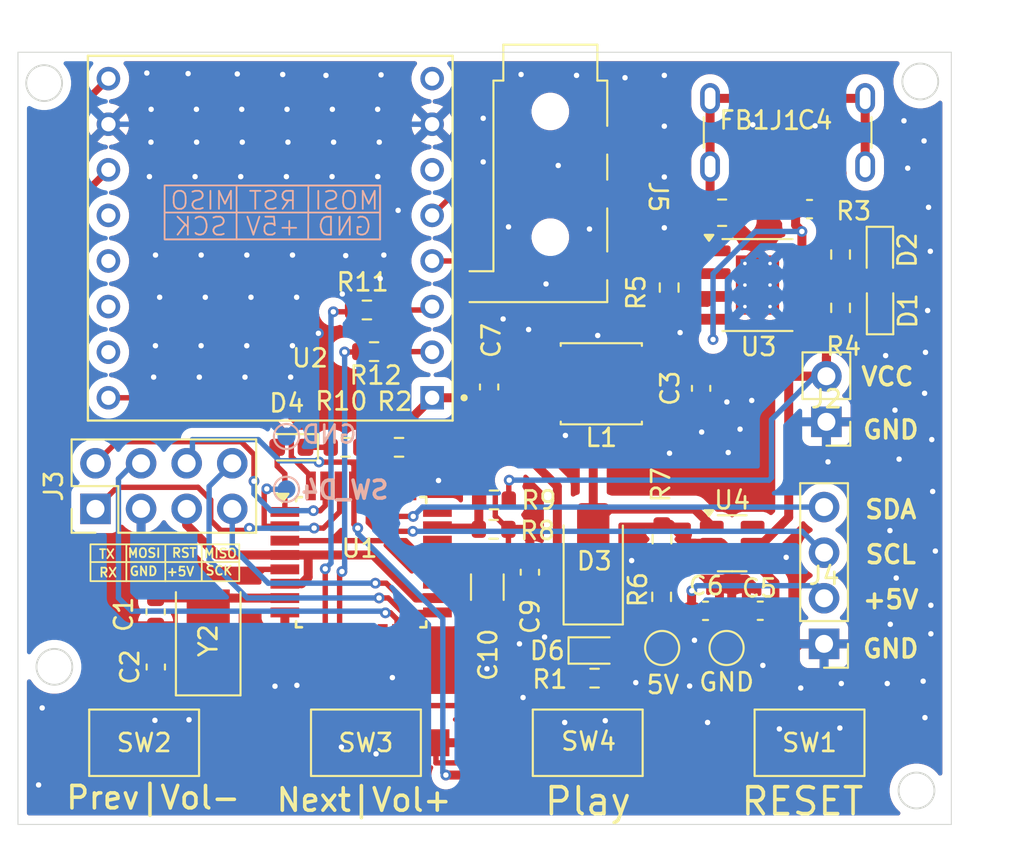
<source format=kicad_pcb>
(kicad_pcb (version 20241229) (generator "pcbnew") (generator_version "9.0")
  (layers (0 "F.Cu" signal) (2 "B.Cu" signal) (13 "F.Paste" user) (15 "B.Paste" user) (5 "F.SilkS" user "F.Silkscreen") (7 "B.SilkS" user "B.Silkscreen") (1 "F.Mask" user) (3 "B.Mask" user) (25 "Edge.Cuts" user))
  (net 0 "")
  (net 1 "Net-(U1-XTAL1{slash}PB6)")
  (net 2 "Net-(U1-XTAL2{slash}PB7)")
  (net 3 "+BATT")
  (net 4 "VBUS")
  (net 5 "+5V")
  (net 6 "Net-(D1-K)")
  (net 7 "Net-(D2-K)")
  (net 8 "Net-(D3-A)")
  (net 9 "Net-(D4-K)")
  (net 10 "Net-(D4-A)")
  (net 11 "Net-(J1-SHIELD)")
  (net 14 "MISO")
  (net 15 "MOSI")
  (net 16 "SCK")
  (net 17 "RST")
  (net 18 "SCL")
  (net 19 "SDA")
  (net 20 "Net-(U2-DAC_R)")
  (net 21 "Net-(U2-DAC_L)")
  (net 22 "Net-(U3-~{CHRG})")
  (net 23 "Net-(U3-~{STDBY})")
  (net 24 "Net-(U3-PROG)")
  (net 25 "Net-(U4-FB)")
  (net 26 "ADC")
  (net 27 "Net-(U2-IO1)")
  (net 28 "Net-(U2-IO2)")
  (net 29 "Net-(U1-PD5)")
  (net 34 "RX")
  (net 36 "TX0")
  (net 37 "TX")
  (net 40 "STATUS")
  (net 42 "RX0")
  (net 51 "GND")
  (net 52 "unconnected-(U1-PD4-Pad2)")
  (net 53 "Net-(U1-AREF)")
  (net 54 "Net-(D6-K)")
  (net 55 "Net-(U2-TX)")
  (net 56 "Net-(U2-RX)")
  (footprint "Resistor_SMD:R_0603_1608Metric" (layer "F.Cu") (at 111.51 52 180)
    (property "Reference" "R10")
    (property "Value" "1k")
  )
  (footprint "Connector_USB:USB_C_Receptacle_GCT_USB4125-xx-x_6P_TopMnt_Horizontal" (layer "F.Cu") (at 136.14 33.36 180)
    (property "Reference" "J1")
    (property "Value" "USB_C_Receptacle_PowerOnly_6P")
  )
  (footprint "Button_Switch_SMD:SW_SPST_CK_RS282G05A3" (layer "F.Cu") (at 137.36 68.46 180)
    (property "Reference" "SW1")
    (property "Value" "SW_Push")
  )
  (footprint "Crystal:Crystal_SMD_5032-2Pin_5.0x3.2mm" (layer "F.Cu") (at 103.86 62.77 90)
    (property "Reference" "Y2")
    (property "Value" "16 Mhz")
  )
  (footprint "Capacitor_SMD:C_1206_3216Metric" (layer "F.Cu") (at 119.41 59.79 90)
    (property "Reference" "C10")
    (property "Value" "100uf")
  )
  (footprint "Button_Switch_SMD:SW_SPST_CK_RS282G05A3" (layer "F.Cu") (at 100.29 68.46 180)
    (property "Reference" "SW2")
    (property "Value" "SW_Prev/Vol -")
  )
  (footprint "Diode_SMD:D_SMA" (layer "F.Cu") (at 125.31 58.36 90)
    (property "Reference" "D3")
    (property "Value" "SS34")
  )
  (footprint "Resistor_SMD:R_0603_1608Metric" (layer "F.Cu") (at 112.7 44.35 180)
    (property "Reference" "R11")
    (property "Value" "1k")
  )
  (footprint "Connector_Audio:Jack_3.5mm_KoreanHropartsElec_PJ-320D-4A_Horizontal" (layer "F.Cu") (at 122.92 38.04 -90)
    (property "Reference" "J5")
    (property "Value" "AudioJack4")
  )
  (footprint "Capacitor_SMD:C_0603_1608Metric" (layer "F.Cu") (at 134.615 61.105 180)
    (property "Reference" "C5")
    (property "Value" "22uf")
  )
  (footprint "Package_SO:SOIC-8-1EP_3.9x4.9mm_P1.27mm_EP2.41x3.3mm_ThermalVias" (layer "F.Cu") (at 134.46 42.96)
    (property "Reference" "U3")
    (property "Value" "TP4056-42-ESOP8")
  )
  (footprint "TestPoint:TestPoint_Pad_D1.5mm" (layer "F.Cu") (at 129.15 63.18)
    (property "Reference" "5V")
    (property "Value" "TestPoint_Pad_D1.5mm")
  )
  (footprint "Connector_PinHeader_2.54mm:PinHeader_2x04_P2.54mm_Vertical" (layer "F.Cu") (at 97.58 55.43 90)
    (property "Reference" "J3")
    (property "Value" "Conn_02x04_Counter_Clockwise")
  )
  (footprint "Package_TO_SOT_SMD:SOT-23-6" (layer "F.Cu") (at 133.05 57.345)
    (property "Reference" "U4")
    (property "Value" "MT3608")
  )
  (footprint "LED_SMD:LED_0603_1608Metric" (layer "F.Cu") (at 141.28 41.2 -90)
    (property "Reference" "D2")
    (property "Value" "LED")
  )
  (footprint "Resistor_SMD:R_0603_1608Metric" (layer "F.Cu") (at 129.12 60.33 -90)
    (property "Reference" "R6")
    (property "Value" "750k")
  )
  (footprint "Capacitor_SMD:C_0603_1608Metric" (layer "F.Cu") (at 137.36 38.73)
    (property "Reference" "C4")
    (property "Value" "10uf")
  )
  (footprint "Resistor_SMD:R_0603_1608Metric" (layer "F.Cu") (at 113.1 46.67 180)
    (property "Reference" "R12")
    (property "Value" "1k")
  )
  (footprint "Resistor_SMD:R_0603_1608Metric" (layer "F.Cu") (at 119.76 56.57)
    (property "Reference" "R8")
    (property "Value" "100k")
  )
  (footprint "Resistor_SMD:R_0603_1608Metric" (layer "F.Cu") (at 125.385 64.86)
    (property "Reference" "R1")
    (property "Value" "100R")
  )
  (footprint "Button_Switch_SMD:SW_SPST_CK_RS282G05A3" (layer "F.Cu") (at 125.003333 68.46)
    (property "Reference" "SW4")
    (property "Value" "Play/Pause")
  )
  (footprint "Capacitor_SMD:C_0603_1608Metric" (layer "F.Cu") (at 131.32 48.715 -90)
    (property "Reference" "C3")
    (property "Value" "10uf")
  )
  (footprint "Button_Switch_SMD:SW_SPST_CK_RS282G05A3" (layer "F.Cu") (at 112.646667 68.46 180)
    (property "Reference" "SW3")
    (property "Value" "SW_Next/Vol+")
  )
  (footprint "LED_SMD:LED_0603_1608Metric" (layer "F.Cu") (at 141.29 44.2175 90)
    (property "Reference" "D1")
    (property "Value" "LED")
  )
  (footprint "LED_SMD:LED_0603_1608Metric" (layer "F.Cu") (at 125.42 63.32)
    (property "Reference" "D6")
    (property "Value" "LED")
  )
  (footprint "Resistor_SMD:R_0603_1608Metric" (layer "F.Cu") (at 139.09 41.26 90)
    (property "Reference" "R3")
    (property "Value" "1k")
  )
  (footprint "TestPoint:TestPoint_Pad_D1.5mm" (layer "F.Cu") (at 132.74 63.18)
    (property "Reference" "GND")
    (property "Value" "TestPoint_Pad_D1.5mm")
  )
  (footprint "Resistor_SMD:R_0603_1608Metric" (layer "F.Cu") (at 129.54 43.1 90)
    (property "Reference" "R5")
    (property "Value" "1.2k")
  )
  (footprint "Resistor_SMD:R_0603_1608Metric" (layer "F.Cu") (at 129.14 57.12 -90)
    (property "Reference" "R7")
    (property "Value" "100k")
  )
  (footprint "Resistor_SMD:R_0805_2012Metric" (layer "F.Cu") (at 132.49 38.93)
    (property "Reference" "FB1")
    (property "Value" "FerriteBead_Small")
  )
  (footprint "Capacitor_SMD:C_0603_1608Metric" (layer "F.Cu") (at 131.565 61.11)
    (property "Reference" "C6")
    (property "Value" "22uf")
  )
  (footprint "Capacitor_SMD:C_0603_1608Metric" (layer "F.Cu") (at 119.51 48.64 90)
    (property "Reference" "C7")
    (property "Value" "0.1uf")
  )
  (footprint "Inductor_SMD:L_APV_ANR4030" (layer "F.Cu") (at 125.76 48.46 180)
    (property "Reference" "L1")
    (property "Value" "L")
  )
  (footprint "Connector_PinHeader_2.54mm:PinHeader_1x02_P2.54mm_Vertical" (layer "F.Cu") (at 138.3 50.58 180)
    (property "Reference" "J2")
    (property "Value" "BAT")
  )
  (footprint "Resistor_SMD:R_0603_1608Metric" (layer "F.Cu") (at 114.49 52 180)
    (property "Reference" "R2")
    (property "Value" "10k")
  )
  (footprint "Capacitor_SMD:C_0603_1608Metric" (layer "F.Cu") (at 100.94 64.24 -90)
    (property "Reference" "C2")
    (property "Value" "22pf")
  )
  (footprint "Connector_PinHeader_2.54mm:PinHeader_1x04_P2.54mm_Vertical" (layer "F.Cu") (at 138.17 62.95 180)
    (property "Reference" "J4")
    (property "Value" "OLED")
  )
  (footprint "Resistor_SMD:R_0603_1608Metric" (layer "F.Cu") (at 119.78 54.93 180)
    (property "Reference" "R9")
    (property "Value" "100k")
  )
  (footprint "Capacitor_SMD:C_0603_1608Metric" (layer "F.Cu") (at 100.93 61.17 -90)
    (property "Reference" "C1")
    (property "Value" "22pf")
  )
  (footprint "Capacitor_SMD:C_0603_1608Metric" (layer "F.Cu") (at 121.78 58.96 -90)
    (property "Reference" "C9")
    (property "Value" "0.1uf")
  )
  (footprint "LED_SMD:LED_0603_1608Metric" (layer "F.Cu") (at 108.49 52 180)
    (property "Reference" "D4")
    (property "Value" "LED")
  )
  (footprint "Package_QFP:TQFP-32_7x7mm_P0.8mm" (layer "F.Cu") (at 112.38 58.4)
    (property "Reference" "U1")
    (property "Value" "ATmega328P-A")
  )
  (footprint "DFR0299:MODULE_DFR0299" (layer "F.Cu") (at 107.3175 40.35 180)
    (property "Reference" "U2")
    (property "Value" "DFR0299")
  )
  (footprint "Resistor_SMD:R_0603_1608Metric" (layer "F.Cu") (at 139.09 44.23 90)
    (property "Reference" "R4")
    (property "Value" "1k")
  )
  (footprint "TestPoint:TestPoint_Pad_D1.0mm" (layer "B.Cu") (at 108.22 54.34)
    (property "Reference" "REF**" (hide yes))
    (property "Value" "TestPoint_Pad_D1.0mm")
  )
  (footprint "TestPoint:TestPoint_Pad_D1.0mm" (layer "B.Cu") (at 108.22 51.4)
    (property "Reference" "GND")
    (property "Value" "TestPoint_Pad_D1.0mm")
  )
  (gr_line (start 97.3 58.392496) (end 105.600084 58.392496) (stroke (width 0.1)) (layer "F.SilkS"))
  (gr_line (start 103.5 59.435) (end 103.5 57.405) (stroke (width 0.1)) (layer "F.SilkS"))
  (gr_line (start 101.47 59.465) (end 101.47 57.419992) (stroke (width 0.1)) (layer "F.SilkS"))
  (gr_line (start 99.3 59.465) (end 99.3 57.419992) (stroke (width 0.1)) (layer "F.SilkS"))
  (gr_rect (start 97.3 57.405) (end 105.59 59.455) (stroke (width 0.1)) (fill no) (layer "F.SilkS"))
  (gr_line (start 105.44 37.42) (end 105.44 40.42) (stroke (width 0.1)) (layer "B.SilkS"))
  (gr_line (start 101.44 40.42) (end 113.44 40.42) (stroke (width 0.1)) (layer "B.SilkS"))
  (gr_line (start 113.44 37.42) (end 113.44 40.42) (stroke (width 0.1)) (layer "B.SilkS"))
  (gr_line (start 113.44 37.42) (end 109.44 37.42) (stroke (width 0.1)) (layer "B.SilkS"))
  (gr_rect (start 101.43 37.41) (end 113.43 40.41) (stroke (width 0.1)) (fill no) (layer "B.SilkS"))
  (gr_line (start 109.44 37.42) (end 105.44 37.42) (stroke (width 0.1)) (layer "B.SilkS"))
  (gr_line (start 113.44 37.42) (end 110.44 37.42) (stroke (width 0.1)) (layer "B.SilkS"))
  (gr_line (start 113.44 38.92) (end 101.44 38.92) (stroke (width 0.1)) (layer "B.SilkS"))
  (gr_line (start 109.44 37.42) (end 109.43 40.41) (stroke (width 0.1)) (layer "B.SilkS"))
  (gr_circle (center 143.53 31.62) (end 144.53 31.62) (stroke (width 0.1)) (fill no) (layer "Edge.Cuts"))
  (gr_line (start 93.26 29.99) (end 93.26 73.01) (stroke (width 0.05)) (layer "Edge.Cuts"))
  (gr_circle (center 95.29 64.23) (end 96.29 64.23) (stroke (width 0.1)) (fill no) (layer "Edge.Cuts"))
  (gr_line (start 93.26 73.01) (end 145.26 73.01) (stroke (width 0.05)) (layer "Edge.Cuts"))
  (gr_line (start 145.26 29.99) (end 93.26 29.99) (stroke (width 0.05)) (layer "Edge.Cuts"))
  (gr_line (start 145.26 73.01) (end 145.26 29.99) (stroke (width 0.05)) (layer "Edge.Cuts"))
  (gr_circle (center 94.72 31.71) (end 95.72 31.71) (stroke (width 0.1)) (fill no) (layer "Edge.Cuts"))
  (gr_circle (center 143.32 71.12) (end 144.32 71.12) (stroke (width 0.1)) (fill no) (layer "Edge.Cuts"))
  (gr_text "Next|Vol+" (at 107.56 72.38 0) (layer "F.SilkS") (effects (font (size 1.25 1.25) (thickness 0.2)) (justify left bottom)))
  (gr_text "SCL" (at 140.372857 58.56 0) (layer "F.SilkS") (effects (font (size 1 1) (thickness 0.2) (bold yes)) (justify left bottom)))
  (gr_text "Prev|Vol-" (at 95.84 72.25 0) (layer "F.SilkS") (effects (font (size 1.25 1.25) (thickness 0.2)) (justify left bottom)))
  (gr_text "MOSI" (at 99.32 58.185 0) (layer "F.SilkS") (effects (font (size 0.5 0.5) (thickness 0.1)) (justify left bottom)))
  (gr_text "SCK" (at 103.66 59.165 0) (layer "F.SilkS") (effects (font (size 0.5 0.5) (thickness 0.1)) (justify left bottom)))
  (gr_text "GND" (at 140.23 63.81 0) (layer "F.SilkS") (effects (font (size 1 1) (thickness 0.2) (bold yes)) (justify left bottom)))
  (gr_text "RESET" (at 133.44 72.6 0) (layer "F.SilkS") (effects (font (size 1.5 1.5) (thickness 0.2)) (justify left bottom)))
  (gr_text "VCC" (at 140.14 48.65 0) (layer "F.SilkS") (effects (font (size 1 1) (thickness 0.2) (bold yes)) (justify left bottom)))
  (gr_text "GND" (at 140.235238 51.61 0) (layer "F.SilkS") (effects (font (size 1 1) (thickness 0.2) (bold yes)) (justify left bottom)))
  (gr_text "+5V" (at 101.48 59.215 0) (layer "F.SilkS") (effects (font (size 0.5 0.5) (thickness 0.1)) (justify left bottom)))
  (gr_text "SDA" (at 140.349047 56.05 0) (layer "F.SilkS") (effects (font (size 1 1) (thickness 0.2) (bold yes)) (justify left bottom)))
  (gr_text "RST" (at 101.78 58.175 0) (layer "F.SilkS") (effects (font (size 0.5 0.5) (thickness 0.1)) (justify left bottom)))
  (gr_text "Play" (at 122.49 72.6 0) (layer "F.SilkS") (effects (font (size 1.5 1.5) (thickness 0.2)) (justify left bottom)))
  (gr_text "GND" (at 99.43 59.195 0) (layer "F.SilkS") (effects (font (size 0.5 0.5) (thickness 0.1)) (justify left bottom)))
  (gr_text "MISO" (at 103.57 58.205 0) (layer "F.SilkS") (effects (font (size 0.5 0.5) (thickness 0.1)) (justify left bottom)))
  (gr_text "RX" (at 97.73 59.272496 0) (layer "F.SilkS") (effects (font (size 0.5 0.5) (thickness 0.1)) (justify left bottom)))
  (gr_text "TX" (at 97.72 58.242496 0) (layer "F.SilkS") (effects (font (size 0.5 0.5) (thickness 0.1)) (justify left bottom)))
  (gr_text "+5V\n" (at 140.23 61.07 0) (layer "F.SilkS") (effects (font (size 1 1) (thickness 0.2) (bold yes)) (justify left bottom)))
  (gr_text "+5V" (at 109.062619 40.28 0) (layer "B.SilkS") (effects (font (size 1 1) (thickness 0.1)) (justify left bottom mirror)))
  (gr_text "RST" (at 108.88 38.84 0) (layer "B.SilkS") (effects (font (size 1 1) (thickness 0.1)) (justify left bottom mirror)))
  (gr_text "SW_D4" (at 114.01 54.96 0) (layer "B.SilkS") (effects (font (size 1 1) (thickness 0.2) (bold yes)) (justify left bottom mirror)))
  (gr_text "MOSI" (at 113.44 38.84 0) (layer "B.SilkS") (effects (font (size 1 1) (thickness 0.1)) (justify left bottom mirror)))
  (gr_text "SCK" (at 104.98 40.28 0) (layer "B.SilkS") (effects (font (size 1 1) (thickness 0.1)) (justify left bottom mirror)))
  (gr_text "GND" (at 113.05 40.28 0) (layer "B.SilkS") (effects (font (size 1 1) (thickness 0.1)) (justify left bottom mirror)))
  (gr_text "MISO" (at 105.43 38.84 0) (layer "B.SilkS") (effects (font (size 1 1) (thickness 0.1)) (justify left bottom mirror)))
  (segment (start 105.17 60.4) (end 104.38 60.4) (width 0.5) (layer "F.Cu") (net 1))
  (segment (start 104.37 60.39) (end 100.935 60.39) (width 0.5) (layer "F.Cu") (net 1))
  (segment (start 108.13 60.4) (end 105.17 60.4) (width 0.5) (layer "F.Cu") (net 1))
  (segment (start 101.255 65.01) (end 103.47 65.01) (width 0.5) (layer "F.Cu") (net 2))
  (segment (start 100.94 65.015) (end 101.25 65.015) (width 0.5) (layer "F.Cu") (net 2))
  (segment (start 101.25 65.015) (end 101.255 65.01) (width 0.5) (layer "F.Cu") (net 2))
  (segment (start 106.01 64.15) (end 103.86 64.15) (width 0.5) (layer "F.Cu") (net 2))
  (segment (start 108.13 61.2) (end 108.13 62.03) (width 0.5) (layer "F.Cu") (net 2))
  (segment (start 108.13 62.03) (end 106.01 64.15) (width 0.5) (layer "F.Cu") (net 2))
  (segment (start 120.605 54.93) (end 120.605 53.855) (width 0.3) (layer "F.Cu") (net 3))
  (segment (start 138.3 46.23) (end 138.3 47) (width 0.5) (layer "F.Cu") (net 3))
  (segment (start 134.1875 58.295) (end 134.1875 57.345) (width 0.5) (layer "F.Cu") (net 3))
  (segment (start 131.305 48.46) (end 127.26 48.46) (width 0.5) (layer "F.Cu") (net 3))
  (segment (start 136.935 44.865) (end 138.3 46.23) (width 0.5) (layer "F.Cu") (net 3))
  (segment (start 131.725 48.04) (end 131.305 48.46) (width 0.5) (layer "F.Cu") (net 3))
  (segment (start 135.43 59.5375) (end 135.43 60.52) (width 0.5) (layer "F.Cu") (net 3))
  (segment (start 136.2 55.8991) (end 136.2 48.04) (width 0.5) (layer "F.Cu") (net 3))
  (segment (start 138.3 48.04) (end 131.725 48.04) (width 0.5) (layer "F.Cu") (net 3))
  (segment (start 138.3 47) (end 138.3 47.749) (width 0.5) (layer "F.Cu") (net 3))
  (segment (start 138.3 47) (end 138.3 48.04) (width 0.5) (layer "F.Cu") (net 3))
  (segment (start 135.39 60.56) (end 135.39 61.105) (width 0.5) (layer "F.Cu") (net 3))
  (segment (start 134.7541 57.345) (end 136.2 55.8991) (width 0.5) (layer "F.Cu") (net 3))
  (segment (start 134.1875 58.295) (end 135.43 59.5375) (width 0.5) (layer "F.Cu") (net 3))
  (segment (start 135.43 60.52) (end 135.39 60.56) (width 0.5) (layer "F.Cu") (net 3))
  (segment (start 134.1875 57.345) (end 134.7541 57.345) (width 0.5) (layer "F.Cu") (net 3))
  (segment (start 120.605 53.855) (end 120.63 53.83) (width 0.3) (layer "F.Cu") (net 3))
  (segment (start 136.2 48.04) (end 138.3 48.04) (width 0.5) (layer "F.Cu") (net 3))
  (via (at 120.63 53.83) (size 0.6) (drill 0.3) (layers "F.Cu" "B.Cu") (net 3))
  (segment (start 135.2425 53.6925) (end 135.2425 50.4575) (width 0.3) (layer "B.Cu") (net 3))
  (segment (start 135.105 53.83) (end 135.2425 53.6925) (width 0.3) (layer "B.Cu") (net 3))
  (segment (start 135.2425 50.4575) (end 137.66 48.04) (width 0.3) (layer "B.Cu") (net 3))
  (segment (start 120.63 53.83) (end 135.105 53.83) (width 0.3) (layer "B.Cu") (net 3))
  (segment (start 136.585 37.546) (end 136.53 37.491) (width 0.5) (layer "F.Cu") (net 4))
  (segment (start 134.62 37.04) (end 134.62 36.44) (width 0.5) (layer "F.Cu") (net 4))
  (segment (start 135.071 37.491) (end 134.62 37.04) (width 0.5) (layer "F.Cu") (net 4))
  (segment (start 137.209 37.491) (end 136.53 37.491) (width 0.5) (layer "F.Cu") (net 4))
  (segment (start 136.935 39.975) (end 136.935 41.055) (width 0.5) (layer "F.Cu") (net 4))
  (segment (start 136.935 39.975) (end 136.934998 39.975) (width 0.5) (layer "F.Cu") (net 4))
  (segment (start 137.066 41.186) (end 140.441 41.186) (width 0.3) (layer "F.Cu") (net 4))
  (segment (start 137.66 37.04) (end 137.209 37.491) (width 0.5) (layer "F.Cu") (net 4))
  (segment (start 131.985 44.865) (end 131.985 45.995) (width 0.3) (layer "F.Cu") (net 4))
  (segment (start 141.33 42.075) (end 141.33 43.39) (width 0.3) (layer "F.Cu") (net 4))
  (segment (start 137.66 36.44) (end 137.66 37.04) (width 0.5) (layer "F.Cu") (net 4))
  (segment (start 136.585 39.625002) (end 136.934998 39.975) (width 0.5) (layer "F.Cu") (net 4))
  (segment (start 135.071 37.491) (end 136.53 37.491) (width 0.5) (layer "F.Cu") (net 4))
  (segment (start 136.585 38.73) (end 136.585 37.546) (width 0.5) (layer "F.Cu") (net 4))
  (segment (start 140.441 41.186) (end 141.33 42.075) (width 0.3) (layer "F.Cu") (net 4))
  (segment (start 136.585 38.73) (end 136.585 39.625002) (width 0.5) (layer "F.Cu") (net 4))
  (via (at 131.985 45.995) (size 0.6) (drill 0.3) (layers "F.Cu" "B.Cu") (net 4))
  (via (at 136.934998 39.975) (size 0.6) (drill 0.3) (layers "F.Cu" "B.Cu") (net 4))
  (segment (start 134.343 39.975) (end 136.934998 39.975) (width 0.3) (layer "B.Cu") (net 4))
  (segment (start 131.985 42.333) (end 134.343 39.975) (width 0.3) (layer "B.Cu") (net 4))
  (segment (start 131.985 45.995) (end 131.985 42.333) (width 0.3) (layer "B.Cu") (net 4))
  (segment (start 115.453 60.4) (end 116.63 60.4) (width 0.5) (layer "F.Cu") (net 5))
  (segment (start 116.63 60.4) (end 118.545 60.4) (width 0.5) (layer "F.Cu") (net 5))
  (segment (start 123.31 54.18) (end 121.13 52) (width 0.5) (layer "F.Cu") (net 5))
  (segment (start 116.3345 49.24) (end 119.335 49.24) (width 0.5) (layer "F.Cu") (net 5))
  (segment (start 108.13 58) (end 104.34 58) (width 0.5) (layer "F.Cu") (net 5))
  (segment (start 109.43 59.23) (end 109.06 59.6) (width 0.5) (layer "F.Cu") (net 5))
  (segment (start 104.34 58) (end 102.66 56.32) (width 0.5) (layer "F.Cu") (net 5))
  (segment (start 122.875 61.265) (end 119.41 61.265) (width 0.5) (layer "F.Cu") (net 5))
  (segment (start 123.78 60.36) (end 125.31 60.36) (width 0.5) (layer "F.Cu") (net 5))
  (segment (start 108.13 58) (end 109.307 58) (width 0.5) (layer "F.Cu") (net 5))
  (segment (start 115.315 52) (end 115.315 50.2595) (width 0.5) (layer "F.Cu") (net 5))
  (segment (start 127.428629 61.36) (end 126.428629 60.36) (width 0.5) (layer "F.Cu") (net 5))
  (segment (start 129.12 61.155) (end 129.12 62.93) (width 0.5) (layer "F.Cu") (net 5))
  (segment (start 130.79 60) (end 130.8 59.99) (width 0.5) (layer "F.Cu") (net 5))
  (segment (start 109.06 59.6) (end 108.13 59.6) (width 0.5) (layer "F.Cu") (net 5))
  (segment (start 123.31 60.83) (end 123.78 60.36) (width 0.5) (layer "F.Cu") (net 5))
  (segment (start 123.31 60.83) (end 122.875 61.265) (width 0.5) (layer "F.Cu") (net 5))
  (segment (start 118.545 60.4) (end 119.41 61.265) (width 0.5) (layer "F.Cu") (net 5))
  (segment (start 121.13 52) (end 115.315 52) (width 0.5) (layer "F.Cu") (net 5))
  (segment (start 109.307 58) (end 109.43 58.123) (width 0.5) (layer "F.Cu") (net 5))
  (segment (start 113.053 58) (end 115.453 60.4) (width 0.5) (layer "F.Cu") (net 5))
  (segment (start 115.315 50.2595) (end 116.3345 49.24) (width 0.5) (layer "F.Cu") (net 5))
  (segment (start 129.12 61.155) (end 128.915 61.36) (width 0.5) (layer "F.Cu") (net 5))
  (segment (start 123.31 54.18) (end 123.31 60.83) (width 0.5) (layer "F.Cu") (net 5))
  (segment (start 108.13 58) (end 113.053 58) (width 0.5) (layer "F.Cu") (net 5))
  (segment (start 130.79 61.11) (end 130.79 60) (width 0.5) (layer "F.Cu") (net 5))
  (segment (start 128.915 61.36) (end 127.428629 61.36) (width 0.5) (layer "F.Cu") (net 5))
  (segment (start 109.43 58.123) (end 109.43 59.23) (width 0.5) (layer "F.Cu") (net 5))
  (segment (start 130.79 61.11) (end 129.165 61.11) (width 0.5) (layer "F.Cu") (net 5))
  (segment (start 126.2075 62.0075) (end 126.2075 63.32) (width 0.5) (layer "F.Cu") (net 5))
  (segment (start 125.31 61.11) (end 126.2075 62.0075) (width 0.5) (layer "F.Cu") (net 5))
  (segment (start 126.428629 60.36) (end 125.31 60.36) (width 0.5) (layer "F.Cu") (net 5))
  (segment (start 102.66 56.32) (end 102.66 55.43) (width 0.5) (layer "F.Cu") (net 5))
  (via (at 130.8 59.99) (size 0.6) (drill 0.3) (layers "F.Cu" "B.Cu") (net 5))
  (segment (start 131.08 59.71) (end 137.78 59.71) (width 0.3) (layer "B.Cu") (net 5))
  (segment (start 137.78 59.71) (end 138.73 60.66) (width 0.3) (layer "B.Cu") (net 5))
  (segment (start 130.8 59.99) (end 131.08 59.71) (width 0.3) (layer "B.Cu") (net 5))
  (segment (start 139.14 45.005) (end 141.29 45.005) (width 0.3) (layer "F.Cu") (net 6))
  (segment (start 141.2425 40.4125) (end 139.1125 40.4125) (width 0.3) (layer "F.Cu") (net 7))
  (segment (start 126.226 55.444) (end 130.9615 55.444) (width 0.5) (layer "F.Cu") (net 8))
  (segment (start 125.31 49.51) (end 125.31 56.36) (width 0.5) (layer "F.Cu") (net 8))
  (segment (start 125.31 56.36) (end 126.226 55.444) (width 0.5) (layer "F.Cu") (net 8))
  (segment (start 130.9615 55.444) (end 131.9125 56.395) (width 0.5) (layer "F.Cu") (net 8))
  (segment (start 124.26 48.46) (end 125.31 49.51) (width 0.5) (layer "F.Cu") (net 8))
  (segment (start 109.2775 52) (end 110.685 52) (width 0.3) (layer "F.Cu") (net 9))
  (segment (start 108.13 53.48) (end 107.7025 53.0525) (width 0.3) (layer "F.Cu") (net 10))
  (segment (start 108.13 55.6) (end 108.13 53.48) (width 0.3) (layer "F.Cu") (net 10))
  (segment (start 107.7025 53.0525) (end 107.7025 52) (width 0.3) (layer "F.Cu") (net 10))
  (segment (start 131.82 36.36) (end 131.82 38.6875) (width 0.5) (layer "F.Cu") (net 11))
  (segment (start 140.46 32.56) (end 131.82 32.56) (width 0.5) (layer "F.Cu") (net 11))
  (segment (start 131.82 32.56) (end 131.82 36.36) (width 0.5) (layer "F.Cu") (net 11))
  (segment (start 140.46 36.36) (end 140.46 32.56) (width 0.5) (layer "F.Cu") (net 11))
  (segment (start 115.18 62.65) (end 115.18 61.682634) (width 0.3) (layer "F.Cu") (net 14))
  (segment (start 113.891261 60.393895) (end 113.379048 60.393895) (width 0.3) (layer "F.Cu") (net 14))
  (segment (start 115.18 61.682634) (end 113.891261 60.393895) (width 0.3) (layer "F.Cu") (net 14))
  (via (at 113.379048 60.393895) (size 0.6) (drill 0.3) (layers "F.Cu" "B.Cu") (net 14))
  (segment (start 103.91 54.18) (end 105.2 52.89) (width 0.3) (layer "B.Cu") (net 14))
  (segment (start 103.91 58.27) (end 103.91 54.18) (width 0.3) (layer "B.Cu") (net 14))
  (segment (start 106.033895 60.393895) (end 103.91 58.27) (width 0.3) (layer "B.Cu") (net 14))
  (segment (start 113.379048 60.393895) (end 106.033895 60.393895) (width 0.3) (layer "B.Cu") (net 14))
  (segment (start 114.38 62.65) (end 114.38 61.58974) (width 0.3) (layer "F.Cu") (net 15))
  (segment (start 114.38 61.58974) (end 114.011552 61.221292) (width 0.3) (layer "F.Cu") (net 15))
  (segment (start 113.79 61.16) (end 113.728708 61.221292) (width 0.3) (layer "F.Cu") (net 15))
  (segment (start 114.011552 61.221292) (end 113.728708 61.221292) (width 0.3) (layer "F.Cu") (net 15))
  (via (at 113.728708 61.221292) (size 0.6) (drill 0.3) (layers "F.Cu" "B.Cu") (net 15))
  (segment (start 113.637416 61.13) (end 113.728708 61.221292) (width 0.3) (layer "B.Cu") (net 15))
  (segment (start 99.72 52.89) (end 98.86 53.75) (width 0.3) (layer "B.Cu") (net 15))
  (segment (start 98.86 53.75) (end 98.86 60.392182) (width 0.3) (layer "B.Cu") (net 15))
  (segment (start 99.597818 61.13) (end 113.637416 61.13) (width 0.3) (layer "B.Cu") (net 15))
  (segment (start 98.86 60.392182) (end 99.597818 61.13) (width 0.3) (layer "B.Cu") (net 15))
  (segment (start 113.774472 59.57) (end 113.17 59.57) (width 0.3) (layer "F.Cu") (net 16))
  (segment (start 116.63 61.2) (end 115.404472 61.2) (width 0.3) (layer "F.Cu") (net 16))
  (segment (start 115.404472 61.2) (end 113.774472 59.57) (width 0.3) (layer "F.Cu") (net 16))
  (via (at 113.17 59.57) (size 0.6) (drill 0.3) (layers "F.Cu" "B.Cu") (net 16))
  (segment (start 105.2 57.57) (end 107.2 59.57) (width 0.3) (layer "B.Cu") (net 16))
  (segment (start 105.2 55.43) (end 105.2 57.57) (width 0.3) (layer "B.Cu") (net 16))
  (segment (start 107.2 59.57) (end 113.17 59.57) (width 0.3) (layer "B.Cu") (net 16))
  (segment (start 113.665 52) (end 113.665 52.765) (width 0.3) (layer "F.Cu") (net 17))
  (segment (start 111.98 52.976) (end 111.83 52.826) (width 0.3) (layer "F.Cu") (net 17))
  (segment (start 111.98 56.29) (end 111.98 54.15) (width 0.3) (layer "F.Cu") (net 17))
  (segment (start 111.98 54.15) (end 111.98 52.976) (width 0.3) (layer "F.Cu") (net 17))
  (segment (start 110.029895 52.815425) (end 110.04047 52.826) (width 0.3) (layer "F.Cu") (net 17))
  (segment (start 113.604 52.826) (end 113.665 52.765) (width 0.3) (layer "F.Cu") (net 17))
  (segment (start 112.19 56.5) (end 111.98 56.29) (width 0.3) (layer "F.Cu") (net 17))
  (segment (start 110.04047 52.826) (end 111.83 52.826) (width 0.3) (layer "F.Cu") (net 17))
  (segment (start 111.83 52.826) (end 113.604 52.826) (width 0.3) (layer "F.Cu") (net 17))
  (segment (start 139.43 70.26) (end 117.1 70.26) (width 0.5) (layer "F.Cu") (net 17))
  (segment (start 141.26 68.43) (end 139.43 70.26) (width 0.5) (layer "F.Cu") (net 17))
  (via (at 112.19 56.5) (size 0.6) (drill 0.3) (layers "F.Cu" "B.Cu") (net 17))
  (via (at 117.1 70.26) (size 0.6) (drill 0.3) (layers "F.Cu" "B.Cu") (net 17))
  (via (at 110.029895 52.815425) (size 0.6) (drill 0.3) (layers "F.Cu" "B.Cu") (net 17))
  (segment (start 112.19 56.5) (end 112.19 56.8) (width 0.3) (layer "B.Cu") (net 17))
  (segment (start 112.19 56.8) (end 116.93 61.54) (width 0.3) (layer "B.Cu") (net 17))
  (segment (start 116.93 70.13) (end 117.01 70.21) (width 0.3) (layer "B.Cu") (net 17))
  (segment (start 102.98 52.57) (end 102.98 51.57) (width 0.3) (layer "B.Cu") (net 17))
  (segment (start 116.93 61.54) (end 116.93 70.13) (width 0.3) (layer "B.Cu") (net 17))
  (segment (start 107.83 52.75) (end 109.96447 52.75) (width 0.3) (layer "B.Cu") (net 17))
  (segment (start 109.96447 52.75) (end 110.029895 52.815425) (width 0.3) (layer "B.Cu") (net 17))
  (segment (start 102.98 51.57) (end 106.65 51.57) (width 0.3) (layer "B.Cu") (net 17))
  (segment (start 106.65 51.57) (end 107.83 52.75) (width 0.3) (layer "B.Cu") (net 17))
  (segment (start 112.78 54.15) (end 112.78 56.19) (width 0.3) (layer "F.Cu") (net 18))
  (segment (start 113.27 56.68) (end 115.26 56.68) (width 0.3) (layer "F.Cu") (net 18))
  (segment (start 112.78 56.19) (end 113.27 56.68) (width 0.3) (layer "F.Cu") (net 18))
  (via (at 115.26 56.68) (size 0.6) (drill 0.3) (layers "F.Cu" "B.Cu") (net 18))
  (segment (start 136.94 56.68) (end 138.09 57.83) (width 0.3) (layer "B.Cu") (net 18))
  (segment (start 115.26 56.68) (end 136.94 56.68) (width 0.3) (layer "B.Cu") (net 18))
  (segment (start 113.92 55.85) (end 115.279998 55.85) (width 0.3) (layer "F.Cu") (net 19))
  (segment (start 113.58 55.51) (end 113.92 55.85) (width 0.3) (layer "F.Cu") (net 19))
  (segment (start 113.58 54.15) (end 113.58 55.51) (width 0.3) (layer "F.Cu") (net 19))
  (via (at 115.279998 55.85) (size 0.6) (drill 0.3) (layers "F.Cu" "B.Cu") (net 19))
  (segment (start 115.279998 55.85) (end 115.799998 55.33) (width 0.3) (layer "B.Cu") (net 19))
  (segment (start 115.799998 55.33) (end 138.09 55.33) (width 0.3) (layer "B.Cu") (net 19))
  (segment (start 116.3345 41.62) (end 125.9 41.62) (width 0.3) (layer "F.Cu") (net 20))
  (segment (start 116.3345 39.08) (end 117.5245 37.89) (width 0.3) (layer "F.Cu") (net 21))
  (segment (start 117.5245 37.89) (end 126.17 37.89) (width 0.3) (layer "F.Cu") (net 21))
  (segment (start 139.08 42.3) (end 136.96 42.3) (width 0.5) (layer "F.Cu") (net 22))
  (segment (start 136.935 43.595) (end 138.9 43.595) (width 0.3) (layer "F.Cu") (net 23))
  (segment (start 129.575 42.31) (end 131.9 42.31) (width 0.5) (layer "F.Cu") (net 24))
  (segment (start 131.8875 58.27) (end 129.12 58.27) (width 0.5) (layer "F.Cu") (net 25))
  (segment (start 129.12 58.78) (end 129.12 57.965) (width 0.5) (layer "F.Cu") (net 25))
  (segment (start 129.12 58.27) (end 129.12 58.78) (width 0.5) (layer "F.Cu") (net 25))
  (segment (start 129.12 59.505) (end 129.12 58.78) (width 0.5) (layer "F.Cu") (net 25))
  (segment (start 118.935 56.57) (end 118.935 54.95) (width 0.5) (layer "F.Cu") (net 26))
  (segment (start 116.63 56.4) (end 118.765 56.4) (width 0.3) (layer "F.Cu") (net 26))
  (segment (start 97.29 62.8) (end 97.29 66.41) (width 0.4) (layer "F.Cu") (net 27))
  (segment (start 94.5 60.01) (end 97.29 62.8) (width 0.4) (layer "F.Cu") (net 27))
  (segment (start 96.39 67.31) (end 96.39 68.46) (width 0.4) (layer "F.Cu") (net 27))
  (segment (start 94.5 35.2605) (end 94.5 60.01) (width 0.4) (layer "F.Cu") (net 27))
  (segment (start 98.3005 31.46) (end 94.5 35.2605) (width 0.4) (layer "F.Cu") (net 27))
  (segment (start 97.29 66.41) (end 96.39 67.31) (width 0.4) (layer "F.Cu") (net 27))
  (segment (start 98.99 70) (end 107.226667 70) (width 0.4) (layer "F.Cu") (net 28))
  (segment (start 95.828 39.0125) (end 95.828 59.635817) (width 0.4) (layer "F.Cu") (net 28))
  (segment (start 95.828 59.635817) (end 98.33 62.137817) (width 0.4) (layer "F.Cu") (net 28))
  (segment (start 107.226667 70) (end 108.746667 68.48) (width 0.4) (layer "F.Cu") (net 28))
  (segment (start 98.33 62.137817) (end 98.33 69.34) (width 0.4) (layer "F.Cu") (net 28))
  (segment (start 98.3005 36.54) (end 95.828 39.0125) (width 0.4) (layer "F.Cu") (net 28))
  (segment (start 98.33 69.34) (end 98.99 70) (width 0.4) (layer "F.Cu") (net 28))
  (segment (start 112.22 66.39) (end 119.013333 66.39) (width 0.3) (layer "F.Cu") (net 29))
  (segment (start 109.58 62.65) (end 109.58 63.75) (width 0.3) (layer "F.Cu") (net 29))
  (segment (start 109.58 63.75) (end 112.22 66.39) (width 0.3) (layer "F.Cu") (net 29))
  (segment (start 119.013333 66.39) (end 121.103333 68.48) (width 0.3) (layer "F.Cu") (net 29))
  (segment (start 111.775 44.45) (end 111.875 44.35) (width 0.3) (layer "F.Cu") (net 34))
  (segment (start 110.83 44.45) (end 111.775 44.45) (width 0.3) (layer "F.Cu") (net 34))
  (segment (start 110.93 44.35) (end 110.83 44.45) (width 0.3) (layer "F.Cu") (net 34))
  (segment (start 110.38 62.65) (end 110.38 58.77) (width 0.3) (layer "F.Cu") (net 34))
  (via (at 110.38 58.77) (size 0.6) (drill 0.3) (layers "F.Cu" "B.Cu") (net 34))
  (via (at 110.83 44.45) (size 0.6) (drill 0.3) (layers "F.Cu" "B.Cu") (net 34))
  (segment (start 110.7 58.45) (end 110.38 58.77) (width 0.3) (layer "B.Cu") (net 34))
  (segment (start 110.7 44.58) (end 110.7 58.45) (width 0.3) (layer "B.Cu") (net 34))
  (segment (start 110.83 44.45) (end 110.7 44.58) (width 0.3) (layer "B.Cu") (net 34))
  (segment (start 106.41 52.401529) (end 106.41 53.89) (width 0.3) (layer "F.Cu") (net 36))
  (segment (start 110.1 55.53) (end 109.72 55.53) (width 0.3) (layer "F.Cu") (net 36))
  (segment (start 105.697471 51.689) (end 106.41 52.401529) (width 0.3) (layer "F.Cu") (net 36))
  (segment (start 110.38 55.25) (end 110.1 55.53) (width 0.3) (layer "F.Cu") (net 36))
  (segment (start 97.58 52.89) (end 98.781 51.689) (width 0.3) (layer "F.Cu") (net 36))
  (segment (start 98.781 51.689) (end 105.697471 51.689) (width 0.3) (layer "F.Cu") (net 36))
  (segment (start 110.38 54.15) (end 110.38 55.25) (width 0.3) (layer "F.Cu") (net 36))
  (via (at 106.41 53.89) (size 0.6) (drill 0.3) (layers "F.Cu" "B.Cu") (net 36))
  (via (at 109.72 55.53) (size 0.6) (drill 0.3) (layers "F.Cu" "B.Cu") (net 36))
  (segment (start 107.35 55.53) (end 109.72 55.53) (width 0.3) (layer "B.Cu") (net 36))
  (segment (start 106.41 54.59) (end 107.35 55.53) (width 0.3) (layer "B.Cu") (net 36))
  (segment (start 106.41 53.89) (end 106.41 54.59) (width 0.3) (layer "B.Cu") (net 36))
  (segment (start 111.18 59.05) (end 111.18 62.65) (width 0.3) (layer "F.Cu") (net 37))
  (segment (start 111.46 46.69) (end 112.255 46.69) (width 0.3) (layer "F.Cu") (net 37))
  (segment (start 112.255 46.69) (end 112.275 46.67) (width 0.3) (layer "F.Cu") (net 37))
  (segment (start 111.48 46.67) (end 111.46 46.69) (width 0.3) (layer "F.Cu") (net 37))
  (segment (start 111.31 58.92) (end 111.18 59.05) (width 0.3) (layer "F.Cu") (net 37))
  (via (at 111.46 46.69) (size 0.6) (drill 0.3) (layers "F.Cu" "B.Cu") (net 37))
  (via (at 111.31 58.92) (size 0.6) (drill 0.3) (layers "F.Cu" "B.Cu") (net 37))
  (segment (start 111.46 58.77) (end 111.46 46.69) (width 0.3) (layer "B.Cu") (net 37))
  (segment (start 111.31 58.92) (end 111.46 58.77) (width 0.3) (layer "B.Cu") (net 37))
  (segment (start 108.49 52.52) (end 108.49 51.50069) (width 0.3) (layer "F.Cu") (net 40))
  (segment (start 109.58 53.61) (end 108.49 52.52) (width 0.3) (layer "F.Cu") (net 40))
  (segment (start 106.22931 49.24) (end 98.3005 49.24) (width 0.3) (layer "F.Cu") (net 40))
  (segment (start 108.49 51.50069) (end 106.22931 49.24) (width 0.3) (layer "F.Cu") (net 40))
  (segment (start 110.28 56.5) (end 111.18 55.6) (width 0.3) (layer "F.Cu") (net 42))
  (segment (start 103.295471 54.229) (end 103.999 54.932529) (width 0.3) (layer "F.Cu") (net 42))
  (segment (start 106.12 56.54) (end 106.149998 56.510002) (width 0.3) (layer "F.Cu") (net 42))
  (segment (start 106.028997 56.631) (end 106.149998 56.509999) (width 0.3) (layer "F.Cu") (net 42))
  (segment (start 111.18 54.15) (end 111.18 55.6) (width 0.3) (layer "F.Cu") (net 42))
  (segment (start 97.58 55.43) (end 98.781 54.229) (width 0.3) (layer "F.Cu") (net 42))
  (segment (start 106.149998 56.510002) (end 106.149998 56.509999) (width 0.3) (layer "F.Cu") (net 42))
  (segment (start 103.999 54.932529) (end 103.999 56.069) (width 0.3) (layer "F.Cu") (net 42))
  (segment (start 98.781 54.229) (end 103.295471 54.229) (width 0.3) (layer "F.Cu") (net 42))
  (segment (start 104.561 56.631) (end 106.028997 56.631) (width 0.3) (layer "F.Cu") (net 42))
  (segment (start 110.28 56.5) (end 109.76 56.5) (width 0.3) (layer "F.Cu") (net 42))
  (segment (start 103.999 56.069) (end 104.561 56.631) (width 0.3) (layer "F.Cu") (net 42))
  (via (at 109.76 56.5) (size 0.6) (drill 0.3) (layers "F.Cu" "B.Cu") (net 42))
  (via (at 106.149998 56.509999) (size 0.6) (drill 0.3) (layers "F.Cu" "B.Cu") (net 42))
  (segment (start 109.76 56.5) (end 109.75 56.51) (width 0.3) (layer "B.Cu") (net 42))
  (segment (start 109.75 56.51) (end 106.149998 56.509999) (width 0.3) (layer "B.Cu") (net 42))
  (segment (start 99 66.84) (end 99 63.04) (width 0.3) (layer "F.Cu") (net 51))
  (segment (start 108.13 57.2) (end 114.853 57.2) (width 0.3) (layer "F.Cu") (net 51))
  (segment (start 130.645 57.345) (end 131.9125 57.345) (width 0.5) (layer "F.Cu") (net 51))
  (segment (start 136.82 62.95) (end 138.09 62.95) (width 0.5) (layer "F.Cu") (net 51))
  (segment (start 133.43 36.4) (end 133.43 35.66) (width 0.5) (layer "F.Cu") (net 51))
  (segment (start 133.701 35.389) (end 138.439 35.389) (width 0.5) (layer "F.Cu") (net 51))
  (segment (start 136.015 65.025) (end 136.015 63.755) (width 0.5) (layer "F.Cu") (net 51))
  (segment (start 134.46 40.7) (end 134.46 42.96) (width 0.5) (layer "F.Cu") (net 51))
  (segment (start 99 63.04) (end 99 58.88) (width 0.3) (layer "F.Cu") (net 51))
  (segment (start 100.94 63.775) (end 100.94 63.1) (width 0.3) (layer "F.Cu") (net 51))
  (segment (start 116.63 58) (end 119.095 58) (width 0.3) (layer "F.Cu") (net 51))
  (segment (start 138.135 38.73) (end 139.175 37.69) (width 0.5) (layer "F.Cu") (net 51))
  (segment (start 133.84 61.105) (end 132.345 61.105) (width 0.5) (layer "F.Cu") (net 51))
  (segment (start 114.56 52.504774) (end 114.56 51.635226) (width 0.3) (layer "F.Cu") (net 51))
  (segment (start 119.51 47.865) (end 119.51 43.925) (width 0.3) (layer "F.Cu") (net 51))
  (segment (start 133.026 57.8919) (end 132.4791 57.345) (width 0.5) (layer "F.Cu") (net 51))
  (segment (start 114.56 51.635226) (end 114.098774 51.174) (width 0.3) (layer "F.Cu") (net 51))
  (segment (start 133.39 36.44) (end 133.39 38.9175) (width 0.5) (layer "F.Cu") (net 51))
  (segment (start 112.49 66.9) (end 114.07 68.48) (width 0.3) (layer "F.Cu") (net 51))
  (segment (start 132.940058 68.48) (end 133.225029 68.195029) (width 0.5) (layer "F.Cu") (net 51))
  (segment (start 139.175 37.69) (end 139.175 36.725) (width 0.5) (layer "F.Cu") (net 51))
  (segment (start 104.19 68.46) (end 100.62 68.46) (width 0.3) (layer "F.Cu") (net 51))
  (segment (start 119.41 58.315) (end 121.65 58.315) (width 0.3) (layer "F.Cu") (net 51))
  (segment (start 131.655 43.925) (end 131.985 43.595) (width 0.5) (layer "F.Cu") (net 51))
  (segment (start 100.94 62.265) (end 100.93 62.255) (width 0.3) (layer "F.Cu") (net 51))
  (segment (start 128.65 69.581) (end 128.65 68.733333) (width 0.3) (layer "F.Cu") (net 51))
  (segment (start 119.51 47.865) (end 119.51 43.15) (width 0.3) (layer "F.Cu") (net 51))
  (segment (start 112.335 52) (end 112.335 51.2295) (width 0.3) (layer "F.Cu") (net 51))
  (segment (start 104.19 68.46) (end 105.75 66.9) (width 0.3) (layer "F.Cu") (net 51))
  (segment (start 120.585 56.57) (end 119.854 55.839) (width 0.3) (layer "F.Cu") (net 51))
  (segment (start 114.853 57.2) (end 115.653 58) (width 0.3) (layer "F.Cu") (net 51))
  (segment (start 120.585 58.315) (end 119.41 58.315) (width 0.3) (layer "F.Cu") (net 51))
  (segment (start 133.43 35.66) (end 133.701 35.389) (width 0.5) (layer "F.Cu") (net 51))
  (segment (start 119.854 55.839) (end 119.854 54.569226) (width 0.3) (layer "F.Cu") (net 51))
  (segment (start 129.54 43.925) (end 131.655 43.925) (width 0.5) (layer "F.Cu") (net 51))
  (segment (start 114.07 68.48) (end 116.546667 68.48) (width 0.3) (layer "F.Cu") (net 51))
  (segment (start 133.46 67.58) (end 136.015 65.025) (width 0.5) (layer "F.Cu") (net 51))
  (segment (start 108.13 58.8) (end 99 58.8) (width 0.3) (layer "F.Cu") (net 51))
  (segment (start 129.33 68.48) (end 129.42 68.39) (width 0.5) (layer "F.Cu") (net 51))
  (segment (start 105.75 66.9) (end 112.49 66.9) (width 0.3) (layer "F.Cu") (net 51))
  (segment (start 100.62 68.46) (end 99 66.84) (width 0.3) (layer "F.Cu") (net 51))
  (segment (start 139.175 36.725) (end 138.89 36.44) (width 0.5) (layer "F.Cu") (net 51))
  (segment (start 99.06 63.1) (end 99 63.04) (width 0.3) (layer "F.Cu") (net 51))
  (segment (start 129.14 56.295) (end 129.595 56.295) (width 0.5) (layer "F.Cu") (net 51))
  (segment (start 119.854 54.569226) (end 118.110774 52.826) (width 0.3) (layer "F.Cu") (net 51))
  (segment (start 133.46 68.43) (end 133.46 67.58) (width 0.5) (layer "F.Cu") (net 51))
  (segment (start 120.585 56.57) (end 120.585 58.315) (width 0.3) (layer "F.Cu") (net 51))
  (segment (start 116.3345 34) (end 117.2245 34.89) (width 0.3) (layer "F.Cu") (net 51))
  (segment (start 136.015 63.755) (end 133.84 61.58) (width 0.5) (layer "F.Cu") (net 51))
  (segment (start 116.546667 69.581) (end 128.65 69.581) (width 0.3) (layer "F.Cu") (net 51))
  (segment (start 99 58.88) (end 99 58.36) (width 0.3) (layer "F.Cu") (net 51))
  (segment (start 133.4025 38.93) (end 133.4025 39.6425) (width 0.5) (layer "F.Cu") (net 51))
  (segment (start 131.32 49.49) (end 132.72 49.49) (width 0.3) (layer "F.Cu") (net 51))
  (segment (start 114.098774 51.174) (end 112.3905 51.174) (width 0.3) (layer "F.Cu") (net 51))
  (segment (start 133.4025 39.6425) (end 134.46 40.7) (width 0.5) (layer "F.Cu") (net 51))
  (segment (start 138.89 35.84) (end 138.89 36.44) (width 0.5) (layer "F.Cu") (net 51))
  (segment (start 99 58.36) (end 100.12 57.24) (width 0.3) (layer "F.Cu") (net 51))
  (segment (start 132.34 61.11) (end 133.026 61.11) (width 0.5) (layer "F.Cu") (net 51))
  (segment (start 112.3905 51.174) (end 112.335 51.2295) (width 0.3) (layer "F.Cu") (net 51))
  (segment (start 99 58.88) (end 99 58.8) (width 0.3) (layer "F.Cu") (net 51))
  (segment (start 138.439 35.389) (end 138.89 35.84) (width 0.5) (layer "F.Cu") (net 51))
  (segment (start 114.881226 52.826) (end 114.56 52.504774) (width 0.3) (layer "F.Cu") (net 51))
  (segment (start 116.546667 68.48) (end 116.546667 69.581) (width 0.3) (layer "F.Cu") (net 51))
  (segment (start 119.51 43.925) (end 129.54 43.925) (width 0.3) (layer "F.Cu") (net 51))
  (segment (start 100.94 63.1) (end 99.06 63.1) (width 0.3) (layer "F.Cu") (net 51))
  (segment (start 132.4791 57.345) (end 131.9125 57.345) (width 0.5) (layer "F.Cu") (net 51))
  (segment (start 115.653 58) (end 116.63 58) (width 0.3) (layer "F.Cu") (net 51))
  (segment (start 133.026 61.11) (end 133.026 57.8919) (width 0.5) (layer "F.Cu") (net 51))
  (segment (start 136.015 63.755) (end 136.82 62.95) (width 0.5) (layer "F.Cu") (net 51))
  (segment (start 118.110774 52.826) (end 114.881226 52.826) (width 0.3) (layer "F.Cu") (net 51))
  (segment (start 131.985 43.595) (end 133.825 43.595) (width 0.5) (layer "F.Cu") (net 51))
  (segment (start 133.84 61.58) (end 133.84 61.105) (width 0.5) (layer "F.Cu") (net 51))
  (segment (start 100.12 57.24) (end 100.12 55.43) (width 0.3) (layer "F.Cu") (net 51))
  (segment (start 117.2245 34.89) (end 126.17 34.89) (width 0.3) (layer "F.Cu") (net 51))
  (segment (start 128.903333 68.48) (end 132.940058 68.48) (width 0.5) (layer "F.Cu") (net 51))
  (segment (start 100.94 63.1) (end 100.94 62.265) (width 0.3) (layer "F.Cu") (net 51))
  (segment (start 129.595 56.295) (end 130.645 57.345) (width 0.5) (layer "F.Cu") (net 51))
  (via (at 139.05 67.64) (size 0.6) (drill 0.3) (layers "F.Cu" "B.Cu") (net 51))
  (via (at 106.012 41.29) (size 0.6) (drill 0.3) (layers "F.Cu" "B.Cu") (net 51))
  (via (at 108.01 31.23) (size 0.6) (drill 0.3) (layers "F.Cu" "B.Cu") (net 51))
  (via (at 137.67 34.09) (size 0.6) (drill 0.3) (layers "F.Cu" "B.Cu") (net 51))
  (via (at 142.19 59.28) (size 0.6) (drill 0.3) (layers "F.Cu" "B.Cu") (net 51))
  (via (at 110 45.649525) (size 0.6) (drill 0.3) (layers "F.Cu" "B.Cu") (net 51))
  (via (at 135.68 67.69) (size 0.6) (drill 0.3) (layers "F.Cu" "B.Cu") (net 51))
  (via (at 121.4 65.94) (size 0.6) (drill 0.3) (layers "F.Cu" "B.Cu") (net 51))
  (via (at 131.68 67.33) (size 0.6) (drill 0.3) (layers "F.Cu" "B.Cu") (net 51))
  (via (at 129.27 31.28) (size 0.6) (drill 0.3) (layers "F.Cu" "B.Cu") (net 51))
  (via (at 108.556 41.29) (size 0.6) (drill 0.3) (layers "F.Cu" "B.Cu") (net 51))
  (via (at 110.846 35) (size 0.6) (drill 0.3) (layers "F.Cu" "B.Cu") (net 51))
  (via (at 110.776 33.17) (size 0.6) (drill 0.3) (layers "F.Cu" "B.Cu") (net 51))
  (via (at 129.27 34.11) (size 0.6) (drill 0.3) (layers "F.Cu" "B.Cu") (net 51))
  (via (at 136.06 58.13) (size 0.6) (drill 0.3) (layers "F.Cu" "B.Cu") (net 51))
  (via (at 100.92 46.34) (size 0.6) (drill 0.3) (layers "F.Cu" "B.Cu") (net 51))
  (via (at 141.84 56.64) (size 0.6) (drill 0.3) (layers "F.Cu" "B.Cu") (net 51))
  (via (at 121.29 31.23) (size 0.6) (drill 0.3) (layers "F.Cu" "B.Cu") (net 51))
  (via (at 111.28 68.7) (size 0.6) (drill 0.3) (layers "F.Cu" "B.Cu") (net 51))
  (via (at 142.12 49.93) (size 0.6) (drill 0.3) (layers "F.Cu" "B.Cu") (net 51))
  (via (at 127.68 65.11) (size 0.6) (drill 0.3) (layers "F.Cu" "B.Cu") (net 51))
  (via (at 103.468 41.29) (size 0.6) (drill 0.3) (layers "F.Cu" "B.Cu") (net 51))
  (via (at 143.82 46.71) (size 0.6) (drill 0.3) (layers "F.Cu" "B.Cu") (net 51))
  (via (at 111.52 41.32) (size 0.6) (drill 0.3) (layers "F.Cu" "B.Cu") (net 51))
  (via (at 108.216 36.92) (size 0.6) (drill 0.3) (layers "F.Cu" "B.Cu") (net 51))
  (via (at 125.1 39.84) (size 0.6) (drill 0.3) (layers "F.Cu" "B.Cu") (net 51))
  (via (at 138.39 52.81) (size 0.6) (drill 0.3) (layers "F.Cu" "B.Cu") (net 51))
  (via (at 100.67 35) (size 0.6) (drill 0.3) (layers "F.Cu" "B.Cu") (net 51))
  (via (at 111.33 43.46) (size 0.6) (drill 0.3) (layers "F.Cu" "B.Cu") (net 51))
  (via (at 119.18 36.1) (size 0.6) (drill 0.3) (layers "F.Cu" "B.Cu") (net 51))
  (via (at 141.6 46.89) (size 0.6) (drill 0.3) (layers "F.Cu" "B.Cu") (net 51))
  (via (at 143.69 65.03) (size 0.6) (drill 0.3) (layers "F.Cu" "B.Cu") (net 51))
  (via (at 143.79 67.06) (size 0.6) (drill 0.3) (layers "F.Cu" "B.Cu") (net 51))
  (via (at 132.83 52.29) (size 0.6) (drill 0.3) (layers "F.Cu" "B.Cu") (net 51))
  (via (at 103.204 33.17) (size 0.6) (drill 0.3) (layers "F.Cu" "B.Cu") (net 51))
  (via (at 125.98 67.23) (size 0.6) (drill 0.3) (layers "F.Cu" "B.Cu") (net 51))
  (via (at 103.364 48.09) (size 0.6) (drill 0.3) (layers "F.Cu" "B.Cu") (net 51))
  (via (at 130.95 62.75) (size 0.6) (drill 0.3) (layers "F.Cu" "B.Cu") (net 51))
  (via (at 113.304 36.92) (size 0.6) (drill 0.3) (layers "F.Cu" "B.Cu") (net 51))
  (via (at 103.214 35) (size 0.6) (drill 0.3) (layers "F.Cu" "B.Cu") (net 51))
  (via (at 113.21 69.08) (size 0.6) (drill 0.3) (layers "F.Cu" "B.Cu") (net 51))
  (via (at 142.35 52.66) (size 0.6) (drill 0.3) (layers "F.Cu" "B.Cu") (net 51))
  (via (at 143.99 38.63) (size 0.6) (drill 0.3) (layers "F.Cu" "B.Cu") (net 51))
  (via (at 114.12 64.83) (size 0.6) (drill 0.3) (layers "F.Cu" "B.Cu") (net 51))
  (via (at 122.6 62.57) (size 0.6) (drill 0.3) (layers "F.Cu" "B.Cu") (net 51))
  (via (at 144.37 57.78) (size 0.6) (drill 0.3) (layers "F.Cu" "B.Cu") (net 51))
  (via (at 144.12 62.39) (size 0.6) (drill 0.3) (layers "F.Cu" "B.Cu") (net 51))
  (via (at 127.45 58.31) (size 0.6) (drill 0.3) (layers "F.Cu" "B.Cu") (net 51))
  (via (at 108.8 65.26) (size 0.6) (drill 0.3) (layers "F.Cu" "B.Cu") (net 51))
  (via (at 100.44 31.15) (size 0.6) (drill 0.3) (layers "F.Cu" "B.Cu") (net 51))
  (via (at 120.59 39.72) (size 0.6) (drill 0.3) (layers "F.Cu" "B.Cu") (net 51))
  (via (at 103.464 46.34) (size 0.6) (drill 0.3) (layers "F.Cu" "B.Cu") (net 51))
  (via (at 119.18 33.67) (size 0.6) (drill 0.3) (layers "F.Cu" "B.Cu") (net 51))
  (via (at 142.62 33.81) (size 0.6) (drill 0.3) (layers "F.Cu" "B.Cu") (net 51))
  (via (at 108.552 46.34) (size 0.6) (drill 0.3) (layers "F.Cu" "B.Cu") (net 51))
  (via (at 105.758 35) (size 0.6) (drill 0.3) (layers "F.Cu" "B.Cu") (net 51))
  (via (at 105.48 31.2) (size 0.6) (drill 0.3) (layers "F.Cu" "B.Cu") (net 51))
  (via (at 133.49 50.99) (size 0.6) (drill 0.3) (layers "F.Cu" "B.Cu") (net 51))
  (via (at 105.908 48.09) (size 0.6) (drill 0.3) (layers "F.Cu" "B.Cu") (net 51))
  (via (at 143.94 44.38) (size 0.6) (drill 0.3) (layers "F.Cu" "B.Cu") (net 51))
  (via (at 108.252 33.17) (size 0.6) (drill 0.3) (layers "F.Cu" "B.Cu") (net 51))
  (via (at 130.15 45.61) (size 0.6) (drill 0.3) (layers "F.Cu" "B.Cu") (net 51))
  (via (at 113.49 31.25) (size 0.6) (drill 0.3) (layers "F.Cu" "B.Cu") (net 51))
  (via (at 113.644 41.29) (size 0.6) (drill 0.3) (layers "F.Cu" "B.Cu") (net 51))
  (via (at 139.13 65.16) (size 0.6) (drill 0.3) (layers "F.Cu" "B.Cu") (net 51))
  (via (at 123.76 51.34) (size 0.6) (drill 0.3) (layers "F.Cu" "B.Cu") (net 51))
  (via (at 122.68 42.9) (size 0.6) (drill 0.3) (layers "F.Cu" "B.Cu") (net 51))
  (via (at 110.42 31.28) (size 0.6) (drill 0.3) (layers "F.Cu" "B.Cu") (net 51))
  (via (at 144.17 51.57) (size 0.6) (drill 0.3) (layers "F.Cu" "B.Cu") (net 51))
  (via (at 144.09 41.08) (size 0.6) (drill 0.3) (layers "F.Cu" "B.Cu") (net 51))
  (via (at 105.728 33.17) (size 0.6) (drill 0.3) (layers "F.Cu" "B.Cu") (net 51))
  (via (at 100.584 36.92) (size 0.6) (drill 0.3) (layers "F.Cu" "B.Cu") (net 51))
  (via (at 143.74 34.93) (size 0.6) (drill 0.3) (layers "F.Cu" "B.Cu") (net 51))
  (via (at 100.924 41.29) (size 0.6) (drill 0.3) (layers "F.Cu" "B.Cu") (net 51))
  (via (at 114.44 38.8) (size 0.6) (drill 0.3) (layers "F.Cu" "B.Cu") (net 51))
  (via (at 143.77 48.99) (size 0.6) (drill 0.3) (layers "F.Cu" "B.Cu") (net 51))
  (via (at 134.76 64.15) (size 0.6) (drill 0.3) (layers "F.Cu" "B.Cu") (net 51))
  (via (at 121.2 62.95) (size 0.6) (drill 0.3) (layers "F.Cu" "B.Cu") (net 51))
  (via (at 144.12 60.8) (size 0.6) (drill 0.3) (layers "F.Cu" "B.Cu") (net 51))
  (via (at 142.83 36.45) (size 0.6) (drill 0.3) (layers "F.Cu" "B.Cu") (net 51))
  (via (at 106.008 46.34) (size 0.6) (drill 0.3) (layers "F.Cu" "B.Cu") (net 51))
  (via (at 141.69 65.16) (size 0.6) (drill 0.3) (layers "F.Cu" "B.Cu") (net 51))
  (via (at 116.69 53.85) (size 0.6) (drill 0.3) (layers "F.Cu" "B.Cu") (net 51))
  (via (at 129.27 39.77) (size 0.6) (drill 0.3) (layers "F.Cu" "B.Cu") (net 51))
  (via (at 105.672 36.92) (size 0.6) (drill 0.3) (layers "F.Cu" "B.Cu") (net 51))
  (via (at 94.41 70.81) (size 0.6) (drill 0.3) (layers "F.Cu" "B.Cu") (net 51))
  (via (at 107.58 65.31) (size 0.6) (drill 0.3) (layers "F.Cu" "B.Cu") (net 51))
  (via (at 108.786 43.64) (size 0.6) (drill 0.3) (layers "F.Cu" "B.Cu") (net 51))
  (via (at 125.56 45.77) (size 0.6) (drill 0.3) (layers "F.Cu" "B.Cu") (net 51))
  (via (at 121.71 45.44) (size 0.6) (drill 0.3) (layers "F.Cu" "B.Cu") (net 51))
  (via (at 102.74 31.18) (size 0.6) (drill 0.3) (layers "F.Cu" "B.Cu") (net 51))
  (via (at 100.68 33.17) (size 0.6) (drill 0.3) (layers "F.Cu" "B.Cu") (net 51))
  (via (at 100.82 48.09) (size 0.6) (drill 0.3) (layers "F.Cu" "B.Cu") (net 51))
  (via (at 106.242 43.64) (size 0.6) (drill 0.3) (layers "F.Cu" "B.Cu") (net 51))
  (via (at 144.22 54.46) (size 0.6) (drill 0.3) (layers "F.Cu" "B.Cu") (net 51))
  (via (at 94.61 66.52) (size 0.6) (drill 0.3) (layers "F.Cu" "B.Cu") (net 51))
  (via (at 120.29 44.85) (size 0.6) (drill 0.3) (layers "F.Cu" "B.Cu") (net 51))
  (via (at 136.87 65.41) (size 0.6) (drill 0.3) (layers "F.Cu" "B.Cu") (net 51))
  (via (at 124.38 31.28) (size 0.6) (drill 0.3) (layers "F.Cu" "B.Cu") (net 51))
  (via (at 132.755 49.475) (size 0.6) (drill 0.3) (layers "F.Cu" "B.Cu") (net 51))
  (via (at 123.36 36.3) (size 0.6) (drill 0.3) (layers "F.Cu" "B.Cu") (net 51))
  (via (at 123.72 67.33) (size 0.6) (drill 0.3) (layers "F.Cu" "B.Cu") (net 51))
  (via (at 119.39 64.34) (size 0.6) (drill 0.3) (layers "F.Cu" "B.Cu") (net 51))
  (via (at 131.35 51.15) (size 0.6) (drill 0.3) (layers "F.Cu" "B.Cu") (net 51))
  (via (at 130.68 65.3) (size 0.6) (drill 0.3) (layers "F.Cu" "B.Cu") (net 51))
  (via (at 129.56 52.33) (size 0.6) (drill 0.3) (layers "F.Cu" "B.Cu") (net 51))
  (via (at 134.14 49.39) (size 0.6) (drill 0.3) (layers "F.Cu" "B.Cu") (net 51))
  (via (at 102.79 67.18) (size 0.6) (drill 0.3) (layers "F.Cu" "B.Cu") (net 51))
  (via (at 113.3 33.17) (size 0.6) (drill 0.3) (layers "F.Cu" "B.Cu") (net 51))
  (via (at 100.89 67.21) (size 0.6) (drill 0.3) (layers "F.Cu" "B.Cu") (net 51))
  (via (at 113.39 35) (size 0.6) (drill 0.3) (layers "F.Cu" "B.Cu") (net 51))
  (via (at 110.76 36.92) (size 0.6) (drill 0.3) (layers "F.Cu" "B.Cu") (net 51))
  (via (at 141.86 61.86) (size 0.6) (drill 0.3) (layers "F.Cu" "B.Cu") (net 51))
  (via (at 103.128 36.92) (size 0.6) (drill 0.3) (layers "F.Cu" "B.Cu") (net 51))
  (via (at 108.452 48.09) (size 0.6) (drill 0.3) (layers "F.Cu" "B.Cu") (net 51))
  (via (at 127.08 31.41) (size 0.6) (drill 0.3) (layers "F.Cu" "B.Cu") (net 51))
  (via (at 101.154 43.64) (size 0.6) (drill 0.3) (layers "F.Cu" "B.Cu") (net 51))
  (via (at 129.27 36.94) (size 0.6) (drill 0.3) (layers "F.Cu" "B.Cu") (net 51))
  (via (at 113.44 42.6) (size 0.6) (drill 0.3) (layers "F.Cu" "B.Cu") (net 51))
  (via (at 108.302 35) (size 0.6) (drill 0.3) (layers "F.Cu" "B.Cu") (net 51))
  (via (at 134.2 34.03) (size 0.6) (drill 0.3) (layers "F.Cu" "B.Cu") (net 51))
  (via (at 103.698 43.64) (size 0.6) (drill 0.3) (layers "F.Cu" "B.Cu") (net 51))
  (segment (start 140.52 47.25) (end 139.63 46.36) (width 0.3) (layer "B.Cu") (net 51))
  (segment (start 134.46 46.1) (end 134.46 42.96) (width 0.3) (layer "B.Cu") (net 51))
  (segment (start 132.755 49.475) (end 132.75 49.48) (width 0.3) (layer "B.Cu") (net 51))
  (segment (start 140.52 49.96) (end 140.52 47.25) (width 0.3) (layer "B.Cu") (net 51))
  (segment (start 139.9 50.58) (end 140.52 49.96) (width 0.3) (layer "B.Cu") (net 51))
  (segment (start 134.58 46.36) (end 134.58 46.22) (width 0.3) (layer "B.Cu") (net 51))
  (segment (start 134.58 46.22) (end 134.46 46.1) (width 0.3) (layer "B.Cu") (net 51))
  (segment (start 138.3 50.58) (end 139.9 50.58) (width 0.3) (layer "B.Cu") (net 51))
  (segment (start 98.3005 34) (end 116.3345 34) (width 0.3) (layer "B.Cu") (net 51))
  (segment (start 134.58 47.65) (end 132.755 49.475) (width 0.3) (layer "B.Cu") (net 51))
  (segment (start 139.63 46.36) (end 134.58 46.36) (width 0.3) (layer "B.Cu") (net 51))
  (segment (start 134.58 46.22) (end 134.58 47.65) (width 0.3) (layer "B.Cu") (net 51))
  (segment (start 106.979 56.349) (end 106.979 54.461001) (width 0.3) (layer "F.Cu") (net 52))
  (segment (start 107.03 56.4) (end 106.979 56.349) (width 0.3) (layer "F.Cu") (net 52))
  (segment (start 106.979 54.461001) (end 107.125 54.315) (width 0.3) (layer "F.Cu") (net 52))
  (segment (start 108.13 56.4) (end 107.03 56.4) (width 0.3) (layer "F.Cu") (net 52))
  (via (at 107.125 54.315) (size 0.6) (drill 0.3) (layers "F.Cu" "B.Cu") (net 52))
  (segment (start 108.22 54.34) (end 107.15 54.34) (width 0.3) (layer "B.Cu") (net 52))
  (segment (start 107.15 54.34) (end 107.125 54.315) (width 0.3) (layer "B.Cu") (net 52))
  (segment (start 118.99813 59.735) (end 121.78 59.735) (width 0.3) (layer "F.Cu") (net 53))
  (segment (start 116.63 58.8) (end 118.06313 58.8) (width 0.3) (layer "F.Cu") (net 53))
  (segment (start 118.06313 58.8) (end 118.99813 59.735) (width 0.3) (layer "F.Cu") (net 53))
  (segment (start 124.6325 63.32) (end 124.6325 64.7875) (width 0.3) (layer "F.Cu") (net 54))
  (segment (start 113.525 44.35) (end 116.1445 44.35) (width 0.3) (layer "F.Cu") (net 55))
  (segment (start 116.1445 44.35) (end 116.3345 44.16) (width 0.3) (layer "F.Cu") (net 55))
  (segment (start 113.925 46.67) (end 116.3045 46.67) (width 0.3) (layer "F.Cu") (net 56))
  (segment (start 116.3045 46.67) (end 116.3345 46.7) (width 0.3) (layer "F.Cu") (net 56))
  (zone (net 51) (net_name "GND") (layers "F.Cu" "B.Cu") (connect_pads (clearance 0.5)) (min_thickness 0.25) (fill yes (thermal_gap 0.5) (thermal_bridge_width 0.5))
    (polygon (pts (xy 92.26 27.08) (xy 149.31 27.08) (xy 149.31 72.6) (xy 146.97 74.94) (xy 94.6 74.94) (xy 92.26 72.6)))
  )
)
</source>
